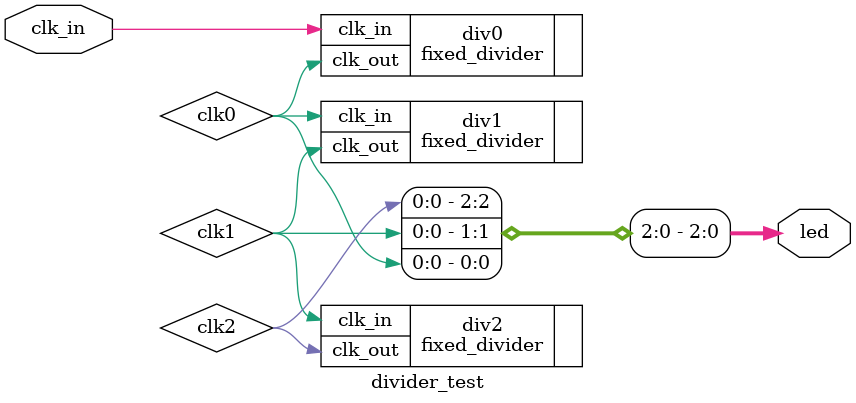
<source format=v>
`timescale 1ns / 1ps


module divider_test
   (
    input 	       clk_in,
    output [7:0] led
    );

   (* mark_debug = "TRUE" *) wire 	       clk0;
   (* mark_debug = "TRUE" *) wire 	       clk1;
   (* mark_debug = "TRUE" *) wire 	       clk2;


   fixed_divider #(24'hffffff, 24) div0(.clk_in(clk_in), .clk_out(clk0));

   fixed_divider #(1'h0, 1) div1(.clk_in(clk0), .clk_out(clk1));
   

   fixed_divider #(4'b1010, 4) div2(.clk_in(clk1), .clk_out(clk2));

   assign led[0] = clk0;
   assign led[1] = clk1;
   assign led[2] = clk2;
   
endmodule

</source>
